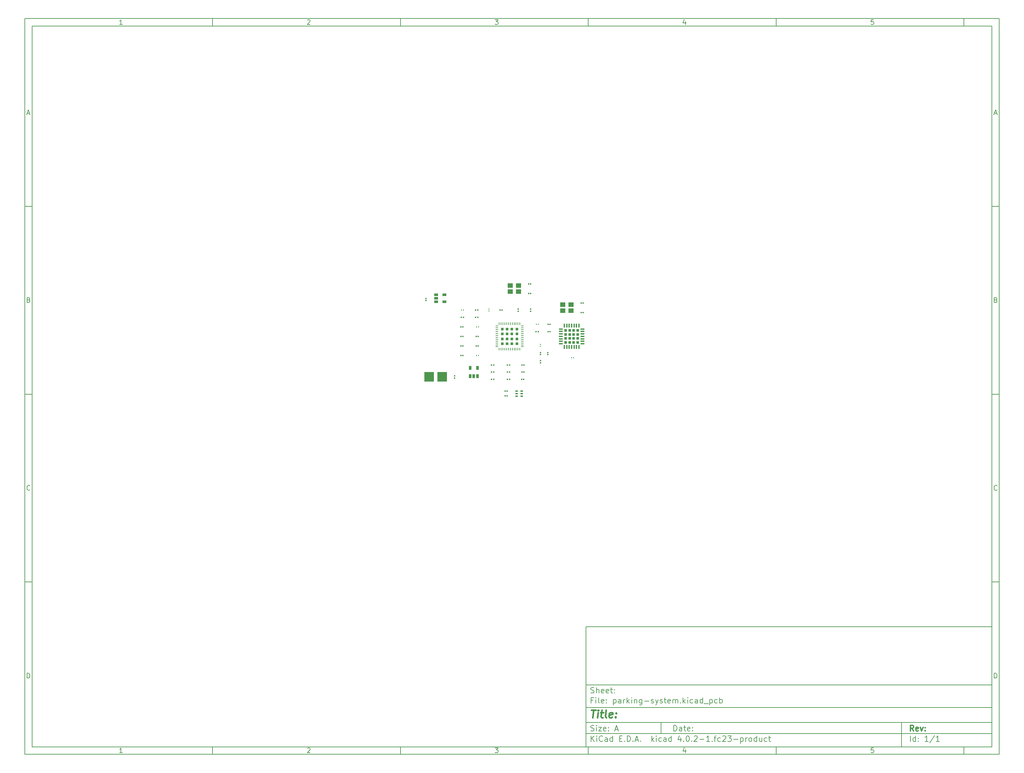
<source format=gbr>
G04 #@! TF.FileFunction,Paste,Top*
%FSLAX46Y46*%
G04 Gerber Fmt 4.6, Leading zero omitted, Abs format (unit mm)*
G04 Created by KiCad (PCBNEW 4.0.2-1.fc23-product) date Tue 29 Mar 2016 15:32:59 SAST*
%MOMM*%
G01*
G04 APERTURE LIST*
%ADD10C,0.100000*%
%ADD11C,0.150000*%
%ADD12C,0.300000*%
%ADD13C,0.400000*%
%ADD14R,0.300000X0.350000*%
%ADD15R,0.350000X0.300000*%
%ADD16R,1.000000X0.370000*%
%ADD17R,0.370000X1.000000*%
%ADD18R,0.637500X0.637500*%
%ADD19R,0.280000X0.430000*%
%ADD20R,0.430000X0.280000*%
%ADD21R,0.800000X0.300000*%
%ADD22R,0.700000X0.250000*%
%ADD23R,0.250000X0.700000*%
%ADD24R,0.772500X0.772500*%
%ADD25R,0.650000X1.060000*%
%ADD26R,1.400000X1.200000*%
%ADD27R,2.500000X2.500000*%
%ADD28R,1.060000X0.650000*%
G04 APERTURE END LIST*
D10*
D11*
X159400000Y-171900000D02*
X159400000Y-203900000D01*
X267400000Y-203900000D01*
X267400000Y-171900000D01*
X159400000Y-171900000D01*
D10*
D11*
X10000000Y-10000000D02*
X10000000Y-205900000D01*
X269400000Y-205900000D01*
X269400000Y-10000000D01*
X10000000Y-10000000D01*
D10*
D11*
X12000000Y-12000000D02*
X12000000Y-203900000D01*
X267400000Y-203900000D01*
X267400000Y-12000000D01*
X12000000Y-12000000D01*
D10*
D11*
X60000000Y-12000000D02*
X60000000Y-10000000D01*
D10*
D11*
X110000000Y-12000000D02*
X110000000Y-10000000D01*
D10*
D11*
X160000000Y-12000000D02*
X160000000Y-10000000D01*
D10*
D11*
X210000000Y-12000000D02*
X210000000Y-10000000D01*
D10*
D11*
X260000000Y-12000000D02*
X260000000Y-10000000D01*
D10*
D11*
X35990476Y-11588095D02*
X35247619Y-11588095D01*
X35619048Y-11588095D02*
X35619048Y-10288095D01*
X35495238Y-10473810D01*
X35371429Y-10597619D01*
X35247619Y-10659524D01*
D10*
D11*
X85247619Y-10411905D02*
X85309524Y-10350000D01*
X85433333Y-10288095D01*
X85742857Y-10288095D01*
X85866667Y-10350000D01*
X85928571Y-10411905D01*
X85990476Y-10535714D01*
X85990476Y-10659524D01*
X85928571Y-10845238D01*
X85185714Y-11588095D01*
X85990476Y-11588095D01*
D10*
D11*
X135185714Y-10288095D02*
X135990476Y-10288095D01*
X135557143Y-10783333D01*
X135742857Y-10783333D01*
X135866667Y-10845238D01*
X135928571Y-10907143D01*
X135990476Y-11030952D01*
X135990476Y-11340476D01*
X135928571Y-11464286D01*
X135866667Y-11526190D01*
X135742857Y-11588095D01*
X135371429Y-11588095D01*
X135247619Y-11526190D01*
X135185714Y-11464286D01*
D10*
D11*
X185866667Y-10721429D02*
X185866667Y-11588095D01*
X185557143Y-10226190D02*
X185247619Y-11154762D01*
X186052381Y-11154762D01*
D10*
D11*
X235928571Y-10288095D02*
X235309524Y-10288095D01*
X235247619Y-10907143D01*
X235309524Y-10845238D01*
X235433333Y-10783333D01*
X235742857Y-10783333D01*
X235866667Y-10845238D01*
X235928571Y-10907143D01*
X235990476Y-11030952D01*
X235990476Y-11340476D01*
X235928571Y-11464286D01*
X235866667Y-11526190D01*
X235742857Y-11588095D01*
X235433333Y-11588095D01*
X235309524Y-11526190D01*
X235247619Y-11464286D01*
D10*
D11*
X60000000Y-203900000D02*
X60000000Y-205900000D01*
D10*
D11*
X110000000Y-203900000D02*
X110000000Y-205900000D01*
D10*
D11*
X160000000Y-203900000D02*
X160000000Y-205900000D01*
D10*
D11*
X210000000Y-203900000D02*
X210000000Y-205900000D01*
D10*
D11*
X260000000Y-203900000D02*
X260000000Y-205900000D01*
D10*
D11*
X35990476Y-205488095D02*
X35247619Y-205488095D01*
X35619048Y-205488095D02*
X35619048Y-204188095D01*
X35495238Y-204373810D01*
X35371429Y-204497619D01*
X35247619Y-204559524D01*
D10*
D11*
X85247619Y-204311905D02*
X85309524Y-204250000D01*
X85433333Y-204188095D01*
X85742857Y-204188095D01*
X85866667Y-204250000D01*
X85928571Y-204311905D01*
X85990476Y-204435714D01*
X85990476Y-204559524D01*
X85928571Y-204745238D01*
X85185714Y-205488095D01*
X85990476Y-205488095D01*
D10*
D11*
X135185714Y-204188095D02*
X135990476Y-204188095D01*
X135557143Y-204683333D01*
X135742857Y-204683333D01*
X135866667Y-204745238D01*
X135928571Y-204807143D01*
X135990476Y-204930952D01*
X135990476Y-205240476D01*
X135928571Y-205364286D01*
X135866667Y-205426190D01*
X135742857Y-205488095D01*
X135371429Y-205488095D01*
X135247619Y-205426190D01*
X135185714Y-205364286D01*
D10*
D11*
X185866667Y-204621429D02*
X185866667Y-205488095D01*
X185557143Y-204126190D02*
X185247619Y-205054762D01*
X186052381Y-205054762D01*
D10*
D11*
X235928571Y-204188095D02*
X235309524Y-204188095D01*
X235247619Y-204807143D01*
X235309524Y-204745238D01*
X235433333Y-204683333D01*
X235742857Y-204683333D01*
X235866667Y-204745238D01*
X235928571Y-204807143D01*
X235990476Y-204930952D01*
X235990476Y-205240476D01*
X235928571Y-205364286D01*
X235866667Y-205426190D01*
X235742857Y-205488095D01*
X235433333Y-205488095D01*
X235309524Y-205426190D01*
X235247619Y-205364286D01*
D10*
D11*
X10000000Y-60000000D02*
X12000000Y-60000000D01*
D10*
D11*
X10000000Y-110000000D02*
X12000000Y-110000000D01*
D10*
D11*
X10000000Y-160000000D02*
X12000000Y-160000000D01*
D10*
D11*
X10690476Y-35216667D02*
X11309524Y-35216667D01*
X10566667Y-35588095D02*
X11000000Y-34288095D01*
X11433333Y-35588095D01*
D10*
D11*
X11092857Y-84907143D02*
X11278571Y-84969048D01*
X11340476Y-85030952D01*
X11402381Y-85154762D01*
X11402381Y-85340476D01*
X11340476Y-85464286D01*
X11278571Y-85526190D01*
X11154762Y-85588095D01*
X10659524Y-85588095D01*
X10659524Y-84288095D01*
X11092857Y-84288095D01*
X11216667Y-84350000D01*
X11278571Y-84411905D01*
X11340476Y-84535714D01*
X11340476Y-84659524D01*
X11278571Y-84783333D01*
X11216667Y-84845238D01*
X11092857Y-84907143D01*
X10659524Y-84907143D01*
D10*
D11*
X11402381Y-135464286D02*
X11340476Y-135526190D01*
X11154762Y-135588095D01*
X11030952Y-135588095D01*
X10845238Y-135526190D01*
X10721429Y-135402381D01*
X10659524Y-135278571D01*
X10597619Y-135030952D01*
X10597619Y-134845238D01*
X10659524Y-134597619D01*
X10721429Y-134473810D01*
X10845238Y-134350000D01*
X11030952Y-134288095D01*
X11154762Y-134288095D01*
X11340476Y-134350000D01*
X11402381Y-134411905D01*
D10*
D11*
X10659524Y-185588095D02*
X10659524Y-184288095D01*
X10969048Y-184288095D01*
X11154762Y-184350000D01*
X11278571Y-184473810D01*
X11340476Y-184597619D01*
X11402381Y-184845238D01*
X11402381Y-185030952D01*
X11340476Y-185278571D01*
X11278571Y-185402381D01*
X11154762Y-185526190D01*
X10969048Y-185588095D01*
X10659524Y-185588095D01*
D10*
D11*
X269400000Y-60000000D02*
X267400000Y-60000000D01*
D10*
D11*
X269400000Y-110000000D02*
X267400000Y-110000000D01*
D10*
D11*
X269400000Y-160000000D02*
X267400000Y-160000000D01*
D10*
D11*
X268090476Y-35216667D02*
X268709524Y-35216667D01*
X267966667Y-35588095D02*
X268400000Y-34288095D01*
X268833333Y-35588095D01*
D10*
D11*
X268492857Y-84907143D02*
X268678571Y-84969048D01*
X268740476Y-85030952D01*
X268802381Y-85154762D01*
X268802381Y-85340476D01*
X268740476Y-85464286D01*
X268678571Y-85526190D01*
X268554762Y-85588095D01*
X268059524Y-85588095D01*
X268059524Y-84288095D01*
X268492857Y-84288095D01*
X268616667Y-84350000D01*
X268678571Y-84411905D01*
X268740476Y-84535714D01*
X268740476Y-84659524D01*
X268678571Y-84783333D01*
X268616667Y-84845238D01*
X268492857Y-84907143D01*
X268059524Y-84907143D01*
D10*
D11*
X268802381Y-135464286D02*
X268740476Y-135526190D01*
X268554762Y-135588095D01*
X268430952Y-135588095D01*
X268245238Y-135526190D01*
X268121429Y-135402381D01*
X268059524Y-135278571D01*
X267997619Y-135030952D01*
X267997619Y-134845238D01*
X268059524Y-134597619D01*
X268121429Y-134473810D01*
X268245238Y-134350000D01*
X268430952Y-134288095D01*
X268554762Y-134288095D01*
X268740476Y-134350000D01*
X268802381Y-134411905D01*
D10*
D11*
X268059524Y-185588095D02*
X268059524Y-184288095D01*
X268369048Y-184288095D01*
X268554762Y-184350000D01*
X268678571Y-184473810D01*
X268740476Y-184597619D01*
X268802381Y-184845238D01*
X268802381Y-185030952D01*
X268740476Y-185278571D01*
X268678571Y-185402381D01*
X268554762Y-185526190D01*
X268369048Y-185588095D01*
X268059524Y-185588095D01*
D10*
D11*
X182757143Y-199678571D02*
X182757143Y-198178571D01*
X183114286Y-198178571D01*
X183328571Y-198250000D01*
X183471429Y-198392857D01*
X183542857Y-198535714D01*
X183614286Y-198821429D01*
X183614286Y-199035714D01*
X183542857Y-199321429D01*
X183471429Y-199464286D01*
X183328571Y-199607143D01*
X183114286Y-199678571D01*
X182757143Y-199678571D01*
X184900000Y-199678571D02*
X184900000Y-198892857D01*
X184828571Y-198750000D01*
X184685714Y-198678571D01*
X184400000Y-198678571D01*
X184257143Y-198750000D01*
X184900000Y-199607143D02*
X184757143Y-199678571D01*
X184400000Y-199678571D01*
X184257143Y-199607143D01*
X184185714Y-199464286D01*
X184185714Y-199321429D01*
X184257143Y-199178571D01*
X184400000Y-199107143D01*
X184757143Y-199107143D01*
X184900000Y-199035714D01*
X185400000Y-198678571D02*
X185971429Y-198678571D01*
X185614286Y-198178571D02*
X185614286Y-199464286D01*
X185685714Y-199607143D01*
X185828572Y-199678571D01*
X185971429Y-199678571D01*
X187042857Y-199607143D02*
X186900000Y-199678571D01*
X186614286Y-199678571D01*
X186471429Y-199607143D01*
X186400000Y-199464286D01*
X186400000Y-198892857D01*
X186471429Y-198750000D01*
X186614286Y-198678571D01*
X186900000Y-198678571D01*
X187042857Y-198750000D01*
X187114286Y-198892857D01*
X187114286Y-199035714D01*
X186400000Y-199178571D01*
X187757143Y-199535714D02*
X187828571Y-199607143D01*
X187757143Y-199678571D01*
X187685714Y-199607143D01*
X187757143Y-199535714D01*
X187757143Y-199678571D01*
X187757143Y-198750000D02*
X187828571Y-198821429D01*
X187757143Y-198892857D01*
X187685714Y-198821429D01*
X187757143Y-198750000D01*
X187757143Y-198892857D01*
D10*
D11*
X159400000Y-200400000D02*
X267400000Y-200400000D01*
D10*
D11*
X160757143Y-202478571D02*
X160757143Y-200978571D01*
X161614286Y-202478571D02*
X160971429Y-201621429D01*
X161614286Y-200978571D02*
X160757143Y-201835714D01*
X162257143Y-202478571D02*
X162257143Y-201478571D01*
X162257143Y-200978571D02*
X162185714Y-201050000D01*
X162257143Y-201121429D01*
X162328571Y-201050000D01*
X162257143Y-200978571D01*
X162257143Y-201121429D01*
X163828572Y-202335714D02*
X163757143Y-202407143D01*
X163542857Y-202478571D01*
X163400000Y-202478571D01*
X163185715Y-202407143D01*
X163042857Y-202264286D01*
X162971429Y-202121429D01*
X162900000Y-201835714D01*
X162900000Y-201621429D01*
X162971429Y-201335714D01*
X163042857Y-201192857D01*
X163185715Y-201050000D01*
X163400000Y-200978571D01*
X163542857Y-200978571D01*
X163757143Y-201050000D01*
X163828572Y-201121429D01*
X165114286Y-202478571D02*
X165114286Y-201692857D01*
X165042857Y-201550000D01*
X164900000Y-201478571D01*
X164614286Y-201478571D01*
X164471429Y-201550000D01*
X165114286Y-202407143D02*
X164971429Y-202478571D01*
X164614286Y-202478571D01*
X164471429Y-202407143D01*
X164400000Y-202264286D01*
X164400000Y-202121429D01*
X164471429Y-201978571D01*
X164614286Y-201907143D01*
X164971429Y-201907143D01*
X165114286Y-201835714D01*
X166471429Y-202478571D02*
X166471429Y-200978571D01*
X166471429Y-202407143D02*
X166328572Y-202478571D01*
X166042858Y-202478571D01*
X165900000Y-202407143D01*
X165828572Y-202335714D01*
X165757143Y-202192857D01*
X165757143Y-201764286D01*
X165828572Y-201621429D01*
X165900000Y-201550000D01*
X166042858Y-201478571D01*
X166328572Y-201478571D01*
X166471429Y-201550000D01*
X168328572Y-201692857D02*
X168828572Y-201692857D01*
X169042858Y-202478571D02*
X168328572Y-202478571D01*
X168328572Y-200978571D01*
X169042858Y-200978571D01*
X169685715Y-202335714D02*
X169757143Y-202407143D01*
X169685715Y-202478571D01*
X169614286Y-202407143D01*
X169685715Y-202335714D01*
X169685715Y-202478571D01*
X170400001Y-202478571D02*
X170400001Y-200978571D01*
X170757144Y-200978571D01*
X170971429Y-201050000D01*
X171114287Y-201192857D01*
X171185715Y-201335714D01*
X171257144Y-201621429D01*
X171257144Y-201835714D01*
X171185715Y-202121429D01*
X171114287Y-202264286D01*
X170971429Y-202407143D01*
X170757144Y-202478571D01*
X170400001Y-202478571D01*
X171900001Y-202335714D02*
X171971429Y-202407143D01*
X171900001Y-202478571D01*
X171828572Y-202407143D01*
X171900001Y-202335714D01*
X171900001Y-202478571D01*
X172542858Y-202050000D02*
X173257144Y-202050000D01*
X172400001Y-202478571D02*
X172900001Y-200978571D01*
X173400001Y-202478571D01*
X173900001Y-202335714D02*
X173971429Y-202407143D01*
X173900001Y-202478571D01*
X173828572Y-202407143D01*
X173900001Y-202335714D01*
X173900001Y-202478571D01*
X176900001Y-202478571D02*
X176900001Y-200978571D01*
X177042858Y-201907143D02*
X177471429Y-202478571D01*
X177471429Y-201478571D02*
X176900001Y-202050000D01*
X178114287Y-202478571D02*
X178114287Y-201478571D01*
X178114287Y-200978571D02*
X178042858Y-201050000D01*
X178114287Y-201121429D01*
X178185715Y-201050000D01*
X178114287Y-200978571D01*
X178114287Y-201121429D01*
X179471430Y-202407143D02*
X179328573Y-202478571D01*
X179042859Y-202478571D01*
X178900001Y-202407143D01*
X178828573Y-202335714D01*
X178757144Y-202192857D01*
X178757144Y-201764286D01*
X178828573Y-201621429D01*
X178900001Y-201550000D01*
X179042859Y-201478571D01*
X179328573Y-201478571D01*
X179471430Y-201550000D01*
X180757144Y-202478571D02*
X180757144Y-201692857D01*
X180685715Y-201550000D01*
X180542858Y-201478571D01*
X180257144Y-201478571D01*
X180114287Y-201550000D01*
X180757144Y-202407143D02*
X180614287Y-202478571D01*
X180257144Y-202478571D01*
X180114287Y-202407143D01*
X180042858Y-202264286D01*
X180042858Y-202121429D01*
X180114287Y-201978571D01*
X180257144Y-201907143D01*
X180614287Y-201907143D01*
X180757144Y-201835714D01*
X182114287Y-202478571D02*
X182114287Y-200978571D01*
X182114287Y-202407143D02*
X181971430Y-202478571D01*
X181685716Y-202478571D01*
X181542858Y-202407143D01*
X181471430Y-202335714D01*
X181400001Y-202192857D01*
X181400001Y-201764286D01*
X181471430Y-201621429D01*
X181542858Y-201550000D01*
X181685716Y-201478571D01*
X181971430Y-201478571D01*
X182114287Y-201550000D01*
X184614287Y-201478571D02*
X184614287Y-202478571D01*
X184257144Y-200907143D02*
X183900001Y-201978571D01*
X184828573Y-201978571D01*
X185400001Y-202335714D02*
X185471429Y-202407143D01*
X185400001Y-202478571D01*
X185328572Y-202407143D01*
X185400001Y-202335714D01*
X185400001Y-202478571D01*
X186400001Y-200978571D02*
X186542858Y-200978571D01*
X186685715Y-201050000D01*
X186757144Y-201121429D01*
X186828573Y-201264286D01*
X186900001Y-201550000D01*
X186900001Y-201907143D01*
X186828573Y-202192857D01*
X186757144Y-202335714D01*
X186685715Y-202407143D01*
X186542858Y-202478571D01*
X186400001Y-202478571D01*
X186257144Y-202407143D01*
X186185715Y-202335714D01*
X186114287Y-202192857D01*
X186042858Y-201907143D01*
X186042858Y-201550000D01*
X186114287Y-201264286D01*
X186185715Y-201121429D01*
X186257144Y-201050000D01*
X186400001Y-200978571D01*
X187542858Y-202335714D02*
X187614286Y-202407143D01*
X187542858Y-202478571D01*
X187471429Y-202407143D01*
X187542858Y-202335714D01*
X187542858Y-202478571D01*
X188185715Y-201121429D02*
X188257144Y-201050000D01*
X188400001Y-200978571D01*
X188757144Y-200978571D01*
X188900001Y-201050000D01*
X188971430Y-201121429D01*
X189042858Y-201264286D01*
X189042858Y-201407143D01*
X188971430Y-201621429D01*
X188114287Y-202478571D01*
X189042858Y-202478571D01*
X189685715Y-201907143D02*
X190828572Y-201907143D01*
X192328572Y-202478571D02*
X191471429Y-202478571D01*
X191900001Y-202478571D02*
X191900001Y-200978571D01*
X191757144Y-201192857D01*
X191614286Y-201335714D01*
X191471429Y-201407143D01*
X192971429Y-202335714D02*
X193042857Y-202407143D01*
X192971429Y-202478571D01*
X192900000Y-202407143D01*
X192971429Y-202335714D01*
X192971429Y-202478571D01*
X193471429Y-201478571D02*
X194042858Y-201478571D01*
X193685715Y-202478571D02*
X193685715Y-201192857D01*
X193757143Y-201050000D01*
X193900001Y-200978571D01*
X194042858Y-200978571D01*
X195185715Y-202407143D02*
X195042858Y-202478571D01*
X194757144Y-202478571D01*
X194614286Y-202407143D01*
X194542858Y-202335714D01*
X194471429Y-202192857D01*
X194471429Y-201764286D01*
X194542858Y-201621429D01*
X194614286Y-201550000D01*
X194757144Y-201478571D01*
X195042858Y-201478571D01*
X195185715Y-201550000D01*
X195757143Y-201121429D02*
X195828572Y-201050000D01*
X195971429Y-200978571D01*
X196328572Y-200978571D01*
X196471429Y-201050000D01*
X196542858Y-201121429D01*
X196614286Y-201264286D01*
X196614286Y-201407143D01*
X196542858Y-201621429D01*
X195685715Y-202478571D01*
X196614286Y-202478571D01*
X197114286Y-200978571D02*
X198042857Y-200978571D01*
X197542857Y-201550000D01*
X197757143Y-201550000D01*
X197900000Y-201621429D01*
X197971429Y-201692857D01*
X198042857Y-201835714D01*
X198042857Y-202192857D01*
X197971429Y-202335714D01*
X197900000Y-202407143D01*
X197757143Y-202478571D01*
X197328571Y-202478571D01*
X197185714Y-202407143D01*
X197114286Y-202335714D01*
X198685714Y-201907143D02*
X199828571Y-201907143D01*
X200542857Y-201478571D02*
X200542857Y-202978571D01*
X200542857Y-201550000D02*
X200685714Y-201478571D01*
X200971428Y-201478571D01*
X201114285Y-201550000D01*
X201185714Y-201621429D01*
X201257143Y-201764286D01*
X201257143Y-202192857D01*
X201185714Y-202335714D01*
X201114285Y-202407143D01*
X200971428Y-202478571D01*
X200685714Y-202478571D01*
X200542857Y-202407143D01*
X201900000Y-202478571D02*
X201900000Y-201478571D01*
X201900000Y-201764286D02*
X201971428Y-201621429D01*
X202042857Y-201550000D01*
X202185714Y-201478571D01*
X202328571Y-201478571D01*
X203042857Y-202478571D02*
X202899999Y-202407143D01*
X202828571Y-202335714D01*
X202757142Y-202192857D01*
X202757142Y-201764286D01*
X202828571Y-201621429D01*
X202899999Y-201550000D01*
X203042857Y-201478571D01*
X203257142Y-201478571D01*
X203399999Y-201550000D01*
X203471428Y-201621429D01*
X203542857Y-201764286D01*
X203542857Y-202192857D01*
X203471428Y-202335714D01*
X203399999Y-202407143D01*
X203257142Y-202478571D01*
X203042857Y-202478571D01*
X204828571Y-202478571D02*
X204828571Y-200978571D01*
X204828571Y-202407143D02*
X204685714Y-202478571D01*
X204400000Y-202478571D01*
X204257142Y-202407143D01*
X204185714Y-202335714D01*
X204114285Y-202192857D01*
X204114285Y-201764286D01*
X204185714Y-201621429D01*
X204257142Y-201550000D01*
X204400000Y-201478571D01*
X204685714Y-201478571D01*
X204828571Y-201550000D01*
X206185714Y-201478571D02*
X206185714Y-202478571D01*
X205542857Y-201478571D02*
X205542857Y-202264286D01*
X205614285Y-202407143D01*
X205757143Y-202478571D01*
X205971428Y-202478571D01*
X206114285Y-202407143D01*
X206185714Y-202335714D01*
X207542857Y-202407143D02*
X207400000Y-202478571D01*
X207114286Y-202478571D01*
X206971428Y-202407143D01*
X206900000Y-202335714D01*
X206828571Y-202192857D01*
X206828571Y-201764286D01*
X206900000Y-201621429D01*
X206971428Y-201550000D01*
X207114286Y-201478571D01*
X207400000Y-201478571D01*
X207542857Y-201550000D01*
X207971428Y-201478571D02*
X208542857Y-201478571D01*
X208185714Y-200978571D02*
X208185714Y-202264286D01*
X208257142Y-202407143D01*
X208400000Y-202478571D01*
X208542857Y-202478571D01*
D10*
D11*
X159400000Y-197400000D02*
X267400000Y-197400000D01*
D10*
D12*
X246614286Y-199678571D02*
X246114286Y-198964286D01*
X245757143Y-199678571D02*
X245757143Y-198178571D01*
X246328571Y-198178571D01*
X246471429Y-198250000D01*
X246542857Y-198321429D01*
X246614286Y-198464286D01*
X246614286Y-198678571D01*
X246542857Y-198821429D01*
X246471429Y-198892857D01*
X246328571Y-198964286D01*
X245757143Y-198964286D01*
X247828571Y-199607143D02*
X247685714Y-199678571D01*
X247400000Y-199678571D01*
X247257143Y-199607143D01*
X247185714Y-199464286D01*
X247185714Y-198892857D01*
X247257143Y-198750000D01*
X247400000Y-198678571D01*
X247685714Y-198678571D01*
X247828571Y-198750000D01*
X247900000Y-198892857D01*
X247900000Y-199035714D01*
X247185714Y-199178571D01*
X248400000Y-198678571D02*
X248757143Y-199678571D01*
X249114285Y-198678571D01*
X249685714Y-199535714D02*
X249757142Y-199607143D01*
X249685714Y-199678571D01*
X249614285Y-199607143D01*
X249685714Y-199535714D01*
X249685714Y-199678571D01*
X249685714Y-198750000D02*
X249757142Y-198821429D01*
X249685714Y-198892857D01*
X249614285Y-198821429D01*
X249685714Y-198750000D01*
X249685714Y-198892857D01*
D10*
D11*
X160685714Y-199607143D02*
X160900000Y-199678571D01*
X161257143Y-199678571D01*
X161400000Y-199607143D01*
X161471429Y-199535714D01*
X161542857Y-199392857D01*
X161542857Y-199250000D01*
X161471429Y-199107143D01*
X161400000Y-199035714D01*
X161257143Y-198964286D01*
X160971429Y-198892857D01*
X160828571Y-198821429D01*
X160757143Y-198750000D01*
X160685714Y-198607143D01*
X160685714Y-198464286D01*
X160757143Y-198321429D01*
X160828571Y-198250000D01*
X160971429Y-198178571D01*
X161328571Y-198178571D01*
X161542857Y-198250000D01*
X162185714Y-199678571D02*
X162185714Y-198678571D01*
X162185714Y-198178571D02*
X162114285Y-198250000D01*
X162185714Y-198321429D01*
X162257142Y-198250000D01*
X162185714Y-198178571D01*
X162185714Y-198321429D01*
X162757143Y-198678571D02*
X163542857Y-198678571D01*
X162757143Y-199678571D01*
X163542857Y-199678571D01*
X164685714Y-199607143D02*
X164542857Y-199678571D01*
X164257143Y-199678571D01*
X164114286Y-199607143D01*
X164042857Y-199464286D01*
X164042857Y-198892857D01*
X164114286Y-198750000D01*
X164257143Y-198678571D01*
X164542857Y-198678571D01*
X164685714Y-198750000D01*
X164757143Y-198892857D01*
X164757143Y-199035714D01*
X164042857Y-199178571D01*
X165400000Y-199535714D02*
X165471428Y-199607143D01*
X165400000Y-199678571D01*
X165328571Y-199607143D01*
X165400000Y-199535714D01*
X165400000Y-199678571D01*
X165400000Y-198750000D02*
X165471428Y-198821429D01*
X165400000Y-198892857D01*
X165328571Y-198821429D01*
X165400000Y-198750000D01*
X165400000Y-198892857D01*
X167185714Y-199250000D02*
X167900000Y-199250000D01*
X167042857Y-199678571D02*
X167542857Y-198178571D01*
X168042857Y-199678571D01*
D10*
D11*
X245757143Y-202478571D02*
X245757143Y-200978571D01*
X247114286Y-202478571D02*
X247114286Y-200978571D01*
X247114286Y-202407143D02*
X246971429Y-202478571D01*
X246685715Y-202478571D01*
X246542857Y-202407143D01*
X246471429Y-202335714D01*
X246400000Y-202192857D01*
X246400000Y-201764286D01*
X246471429Y-201621429D01*
X246542857Y-201550000D01*
X246685715Y-201478571D01*
X246971429Y-201478571D01*
X247114286Y-201550000D01*
X247828572Y-202335714D02*
X247900000Y-202407143D01*
X247828572Y-202478571D01*
X247757143Y-202407143D01*
X247828572Y-202335714D01*
X247828572Y-202478571D01*
X247828572Y-201550000D02*
X247900000Y-201621429D01*
X247828572Y-201692857D01*
X247757143Y-201621429D01*
X247828572Y-201550000D01*
X247828572Y-201692857D01*
X250471429Y-202478571D02*
X249614286Y-202478571D01*
X250042858Y-202478571D02*
X250042858Y-200978571D01*
X249900001Y-201192857D01*
X249757143Y-201335714D01*
X249614286Y-201407143D01*
X252185714Y-200907143D02*
X250900000Y-202835714D01*
X253471429Y-202478571D02*
X252614286Y-202478571D01*
X253042858Y-202478571D02*
X253042858Y-200978571D01*
X252900001Y-201192857D01*
X252757143Y-201335714D01*
X252614286Y-201407143D01*
D10*
D11*
X159400000Y-193400000D02*
X267400000Y-193400000D01*
D10*
D13*
X160852381Y-194104762D02*
X161995238Y-194104762D01*
X161173810Y-196104762D02*
X161423810Y-194104762D01*
X162411905Y-196104762D02*
X162578571Y-194771429D01*
X162661905Y-194104762D02*
X162554762Y-194200000D01*
X162638095Y-194295238D01*
X162745239Y-194200000D01*
X162661905Y-194104762D01*
X162638095Y-194295238D01*
X163245238Y-194771429D02*
X164007143Y-194771429D01*
X163614286Y-194104762D02*
X163400000Y-195819048D01*
X163471430Y-196009524D01*
X163650001Y-196104762D01*
X163840477Y-196104762D01*
X164792858Y-196104762D02*
X164614287Y-196009524D01*
X164542857Y-195819048D01*
X164757143Y-194104762D01*
X166328572Y-196009524D02*
X166126191Y-196104762D01*
X165745239Y-196104762D01*
X165566667Y-196009524D01*
X165495238Y-195819048D01*
X165590476Y-195057143D01*
X165709524Y-194866667D01*
X165911905Y-194771429D01*
X166292857Y-194771429D01*
X166471429Y-194866667D01*
X166542857Y-195057143D01*
X166519048Y-195247619D01*
X165542857Y-195438095D01*
X167292857Y-195914286D02*
X167376192Y-196009524D01*
X167269048Y-196104762D01*
X167185715Y-196009524D01*
X167292857Y-195914286D01*
X167269048Y-196104762D01*
X167423810Y-194866667D02*
X167507144Y-194961905D01*
X167400000Y-195057143D01*
X167316667Y-194961905D01*
X167423810Y-194866667D01*
X167400000Y-195057143D01*
D10*
D11*
X161257143Y-191492857D02*
X160757143Y-191492857D01*
X160757143Y-192278571D02*
X160757143Y-190778571D01*
X161471429Y-190778571D01*
X162042857Y-192278571D02*
X162042857Y-191278571D01*
X162042857Y-190778571D02*
X161971428Y-190850000D01*
X162042857Y-190921429D01*
X162114285Y-190850000D01*
X162042857Y-190778571D01*
X162042857Y-190921429D01*
X162971429Y-192278571D02*
X162828571Y-192207143D01*
X162757143Y-192064286D01*
X162757143Y-190778571D01*
X164114285Y-192207143D02*
X163971428Y-192278571D01*
X163685714Y-192278571D01*
X163542857Y-192207143D01*
X163471428Y-192064286D01*
X163471428Y-191492857D01*
X163542857Y-191350000D01*
X163685714Y-191278571D01*
X163971428Y-191278571D01*
X164114285Y-191350000D01*
X164185714Y-191492857D01*
X164185714Y-191635714D01*
X163471428Y-191778571D01*
X164828571Y-192135714D02*
X164899999Y-192207143D01*
X164828571Y-192278571D01*
X164757142Y-192207143D01*
X164828571Y-192135714D01*
X164828571Y-192278571D01*
X164828571Y-191350000D02*
X164899999Y-191421429D01*
X164828571Y-191492857D01*
X164757142Y-191421429D01*
X164828571Y-191350000D01*
X164828571Y-191492857D01*
X166685714Y-191278571D02*
X166685714Y-192778571D01*
X166685714Y-191350000D02*
X166828571Y-191278571D01*
X167114285Y-191278571D01*
X167257142Y-191350000D01*
X167328571Y-191421429D01*
X167400000Y-191564286D01*
X167400000Y-191992857D01*
X167328571Y-192135714D01*
X167257142Y-192207143D01*
X167114285Y-192278571D01*
X166828571Y-192278571D01*
X166685714Y-192207143D01*
X168685714Y-192278571D02*
X168685714Y-191492857D01*
X168614285Y-191350000D01*
X168471428Y-191278571D01*
X168185714Y-191278571D01*
X168042857Y-191350000D01*
X168685714Y-192207143D02*
X168542857Y-192278571D01*
X168185714Y-192278571D01*
X168042857Y-192207143D01*
X167971428Y-192064286D01*
X167971428Y-191921429D01*
X168042857Y-191778571D01*
X168185714Y-191707143D01*
X168542857Y-191707143D01*
X168685714Y-191635714D01*
X169400000Y-192278571D02*
X169400000Y-191278571D01*
X169400000Y-191564286D02*
X169471428Y-191421429D01*
X169542857Y-191350000D01*
X169685714Y-191278571D01*
X169828571Y-191278571D01*
X170328571Y-192278571D02*
X170328571Y-190778571D01*
X170471428Y-191707143D02*
X170899999Y-192278571D01*
X170899999Y-191278571D02*
X170328571Y-191850000D01*
X171542857Y-192278571D02*
X171542857Y-191278571D01*
X171542857Y-190778571D02*
X171471428Y-190850000D01*
X171542857Y-190921429D01*
X171614285Y-190850000D01*
X171542857Y-190778571D01*
X171542857Y-190921429D01*
X172257143Y-191278571D02*
X172257143Y-192278571D01*
X172257143Y-191421429D02*
X172328571Y-191350000D01*
X172471429Y-191278571D01*
X172685714Y-191278571D01*
X172828571Y-191350000D01*
X172900000Y-191492857D01*
X172900000Y-192278571D01*
X174257143Y-191278571D02*
X174257143Y-192492857D01*
X174185714Y-192635714D01*
X174114286Y-192707143D01*
X173971429Y-192778571D01*
X173757143Y-192778571D01*
X173614286Y-192707143D01*
X174257143Y-192207143D02*
X174114286Y-192278571D01*
X173828572Y-192278571D01*
X173685714Y-192207143D01*
X173614286Y-192135714D01*
X173542857Y-191992857D01*
X173542857Y-191564286D01*
X173614286Y-191421429D01*
X173685714Y-191350000D01*
X173828572Y-191278571D01*
X174114286Y-191278571D01*
X174257143Y-191350000D01*
X174971429Y-191707143D02*
X176114286Y-191707143D01*
X176757143Y-192207143D02*
X176900000Y-192278571D01*
X177185715Y-192278571D01*
X177328572Y-192207143D01*
X177400000Y-192064286D01*
X177400000Y-191992857D01*
X177328572Y-191850000D01*
X177185715Y-191778571D01*
X176971429Y-191778571D01*
X176828572Y-191707143D01*
X176757143Y-191564286D01*
X176757143Y-191492857D01*
X176828572Y-191350000D01*
X176971429Y-191278571D01*
X177185715Y-191278571D01*
X177328572Y-191350000D01*
X177900001Y-191278571D02*
X178257144Y-192278571D01*
X178614286Y-191278571D02*
X178257144Y-192278571D01*
X178114286Y-192635714D01*
X178042858Y-192707143D01*
X177900001Y-192778571D01*
X179114286Y-192207143D02*
X179257143Y-192278571D01*
X179542858Y-192278571D01*
X179685715Y-192207143D01*
X179757143Y-192064286D01*
X179757143Y-191992857D01*
X179685715Y-191850000D01*
X179542858Y-191778571D01*
X179328572Y-191778571D01*
X179185715Y-191707143D01*
X179114286Y-191564286D01*
X179114286Y-191492857D01*
X179185715Y-191350000D01*
X179328572Y-191278571D01*
X179542858Y-191278571D01*
X179685715Y-191350000D01*
X180185715Y-191278571D02*
X180757144Y-191278571D01*
X180400001Y-190778571D02*
X180400001Y-192064286D01*
X180471429Y-192207143D01*
X180614287Y-192278571D01*
X180757144Y-192278571D01*
X181828572Y-192207143D02*
X181685715Y-192278571D01*
X181400001Y-192278571D01*
X181257144Y-192207143D01*
X181185715Y-192064286D01*
X181185715Y-191492857D01*
X181257144Y-191350000D01*
X181400001Y-191278571D01*
X181685715Y-191278571D01*
X181828572Y-191350000D01*
X181900001Y-191492857D01*
X181900001Y-191635714D01*
X181185715Y-191778571D01*
X182542858Y-192278571D02*
X182542858Y-191278571D01*
X182542858Y-191421429D02*
X182614286Y-191350000D01*
X182757144Y-191278571D01*
X182971429Y-191278571D01*
X183114286Y-191350000D01*
X183185715Y-191492857D01*
X183185715Y-192278571D01*
X183185715Y-191492857D02*
X183257144Y-191350000D01*
X183400001Y-191278571D01*
X183614286Y-191278571D01*
X183757144Y-191350000D01*
X183828572Y-191492857D01*
X183828572Y-192278571D01*
X184542858Y-192135714D02*
X184614286Y-192207143D01*
X184542858Y-192278571D01*
X184471429Y-192207143D01*
X184542858Y-192135714D01*
X184542858Y-192278571D01*
X185257144Y-192278571D02*
X185257144Y-190778571D01*
X185400001Y-191707143D02*
X185828572Y-192278571D01*
X185828572Y-191278571D02*
X185257144Y-191850000D01*
X186471430Y-192278571D02*
X186471430Y-191278571D01*
X186471430Y-190778571D02*
X186400001Y-190850000D01*
X186471430Y-190921429D01*
X186542858Y-190850000D01*
X186471430Y-190778571D01*
X186471430Y-190921429D01*
X187828573Y-192207143D02*
X187685716Y-192278571D01*
X187400002Y-192278571D01*
X187257144Y-192207143D01*
X187185716Y-192135714D01*
X187114287Y-191992857D01*
X187114287Y-191564286D01*
X187185716Y-191421429D01*
X187257144Y-191350000D01*
X187400002Y-191278571D01*
X187685716Y-191278571D01*
X187828573Y-191350000D01*
X189114287Y-192278571D02*
X189114287Y-191492857D01*
X189042858Y-191350000D01*
X188900001Y-191278571D01*
X188614287Y-191278571D01*
X188471430Y-191350000D01*
X189114287Y-192207143D02*
X188971430Y-192278571D01*
X188614287Y-192278571D01*
X188471430Y-192207143D01*
X188400001Y-192064286D01*
X188400001Y-191921429D01*
X188471430Y-191778571D01*
X188614287Y-191707143D01*
X188971430Y-191707143D01*
X189114287Y-191635714D01*
X190471430Y-192278571D02*
X190471430Y-190778571D01*
X190471430Y-192207143D02*
X190328573Y-192278571D01*
X190042859Y-192278571D01*
X189900001Y-192207143D01*
X189828573Y-192135714D01*
X189757144Y-191992857D01*
X189757144Y-191564286D01*
X189828573Y-191421429D01*
X189900001Y-191350000D01*
X190042859Y-191278571D01*
X190328573Y-191278571D01*
X190471430Y-191350000D01*
X190828573Y-192421429D02*
X191971430Y-192421429D01*
X192328573Y-191278571D02*
X192328573Y-192778571D01*
X192328573Y-191350000D02*
X192471430Y-191278571D01*
X192757144Y-191278571D01*
X192900001Y-191350000D01*
X192971430Y-191421429D01*
X193042859Y-191564286D01*
X193042859Y-191992857D01*
X192971430Y-192135714D01*
X192900001Y-192207143D01*
X192757144Y-192278571D01*
X192471430Y-192278571D01*
X192328573Y-192207143D01*
X194328573Y-192207143D02*
X194185716Y-192278571D01*
X193900002Y-192278571D01*
X193757144Y-192207143D01*
X193685716Y-192135714D01*
X193614287Y-191992857D01*
X193614287Y-191564286D01*
X193685716Y-191421429D01*
X193757144Y-191350000D01*
X193900002Y-191278571D01*
X194185716Y-191278571D01*
X194328573Y-191350000D01*
X194971430Y-192278571D02*
X194971430Y-190778571D01*
X194971430Y-191350000D02*
X195114287Y-191278571D01*
X195400001Y-191278571D01*
X195542858Y-191350000D01*
X195614287Y-191421429D01*
X195685716Y-191564286D01*
X195685716Y-191992857D01*
X195614287Y-192135714D01*
X195542858Y-192207143D01*
X195400001Y-192278571D01*
X195114287Y-192278571D01*
X194971430Y-192207143D01*
D10*
D11*
X159400000Y-187400000D02*
X267400000Y-187400000D01*
D10*
D11*
X160685714Y-189507143D02*
X160900000Y-189578571D01*
X161257143Y-189578571D01*
X161400000Y-189507143D01*
X161471429Y-189435714D01*
X161542857Y-189292857D01*
X161542857Y-189150000D01*
X161471429Y-189007143D01*
X161400000Y-188935714D01*
X161257143Y-188864286D01*
X160971429Y-188792857D01*
X160828571Y-188721429D01*
X160757143Y-188650000D01*
X160685714Y-188507143D01*
X160685714Y-188364286D01*
X160757143Y-188221429D01*
X160828571Y-188150000D01*
X160971429Y-188078571D01*
X161328571Y-188078571D01*
X161542857Y-188150000D01*
X162185714Y-189578571D02*
X162185714Y-188078571D01*
X162828571Y-189578571D02*
X162828571Y-188792857D01*
X162757142Y-188650000D01*
X162614285Y-188578571D01*
X162400000Y-188578571D01*
X162257142Y-188650000D01*
X162185714Y-188721429D01*
X164114285Y-189507143D02*
X163971428Y-189578571D01*
X163685714Y-189578571D01*
X163542857Y-189507143D01*
X163471428Y-189364286D01*
X163471428Y-188792857D01*
X163542857Y-188650000D01*
X163685714Y-188578571D01*
X163971428Y-188578571D01*
X164114285Y-188650000D01*
X164185714Y-188792857D01*
X164185714Y-188935714D01*
X163471428Y-189078571D01*
X165399999Y-189507143D02*
X165257142Y-189578571D01*
X164971428Y-189578571D01*
X164828571Y-189507143D01*
X164757142Y-189364286D01*
X164757142Y-188792857D01*
X164828571Y-188650000D01*
X164971428Y-188578571D01*
X165257142Y-188578571D01*
X165399999Y-188650000D01*
X165471428Y-188792857D01*
X165471428Y-188935714D01*
X164757142Y-189078571D01*
X165899999Y-188578571D02*
X166471428Y-188578571D01*
X166114285Y-188078571D02*
X166114285Y-189364286D01*
X166185713Y-189507143D01*
X166328571Y-189578571D01*
X166471428Y-189578571D01*
X166971428Y-189435714D02*
X167042856Y-189507143D01*
X166971428Y-189578571D01*
X166899999Y-189507143D01*
X166971428Y-189435714D01*
X166971428Y-189578571D01*
X166971428Y-188650000D02*
X167042856Y-188721429D01*
X166971428Y-188792857D01*
X166899999Y-188721429D01*
X166971428Y-188650000D01*
X166971428Y-188792857D01*
D10*
D11*
X179400000Y-197400000D02*
X179400000Y-200400000D01*
D10*
D11*
X243400000Y-197400000D02*
X243400000Y-203900000D01*
D14*
X144145000Y-80645000D03*
X144695000Y-80645000D03*
X144145000Y-83185000D03*
X144695000Y-83185000D03*
X130050000Y-87630000D03*
X130600000Y-87630000D03*
X146135000Y-93345000D03*
X146685000Y-93345000D03*
X130050000Y-89535000D03*
X130600000Y-89535000D03*
X149860000Y-93345000D03*
X149310000Y-93345000D03*
X126240000Y-89535000D03*
X126790000Y-89535000D03*
X126640000Y-92075000D03*
X126090000Y-92075000D03*
X130725000Y-94615000D03*
X130175000Y-94615000D03*
X149310000Y-91440000D03*
X149860000Y-91440000D03*
X126090000Y-94615000D03*
X126640000Y-94615000D03*
X130725000Y-97155000D03*
X130175000Y-97155000D03*
X126090000Y-97155000D03*
X126640000Y-97155000D03*
X126090000Y-99695000D03*
X126640000Y-99695000D03*
X134830000Y-104140000D03*
X134280000Y-104140000D03*
X138430000Y-110490000D03*
X137880000Y-110490000D03*
X138430000Y-109220000D03*
X137880000Y-109220000D03*
X142350000Y-104140000D03*
X142900000Y-104140000D03*
X142350000Y-102235000D03*
X142900000Y-102235000D03*
X138505000Y-102235000D03*
X139055000Y-102235000D03*
X138505000Y-104140000D03*
X139055000Y-104140000D03*
X142265000Y-106045000D03*
X142815000Y-106045000D03*
X138505000Y-106045000D03*
X139055000Y-106045000D03*
X134830000Y-106045000D03*
X134280000Y-106045000D03*
X134830000Y-102235000D03*
X134280000Y-102235000D03*
D15*
X144695000Y-87905000D03*
X144695000Y-87355000D03*
X147320000Y-101090000D03*
X147320000Y-101640000D03*
X147320000Y-98910000D03*
X147320000Y-99460000D03*
X149225000Y-98910000D03*
X149225000Y-99460000D03*
D14*
X136525000Y-87630000D03*
X137075000Y-87630000D03*
D15*
X141330000Y-87905000D03*
X141330000Y-87355000D03*
D14*
X158115000Y-85725000D03*
X158665000Y-85725000D03*
X158115000Y-88265000D03*
X158665000Y-88265000D03*
D16*
X158425000Y-96565000D03*
X158425000Y-95915000D03*
X158425000Y-95265000D03*
X158425000Y-94615000D03*
X158425000Y-93965000D03*
X158425000Y-93315000D03*
X158425000Y-92665000D03*
D17*
X157525000Y-91765000D03*
X156875000Y-91765000D03*
X156225000Y-91765000D03*
X155575000Y-91765000D03*
X154925000Y-91765000D03*
X154275000Y-91765000D03*
X153625000Y-91765000D03*
D16*
X152725000Y-92665000D03*
X152725000Y-93315000D03*
X152725000Y-93965000D03*
X152725000Y-94615000D03*
X152725000Y-95265000D03*
X152725000Y-95915000D03*
X152725000Y-96565000D03*
D17*
X153625000Y-97465000D03*
X154275000Y-97465000D03*
X154925000Y-97465000D03*
X155575000Y-97465000D03*
X156225000Y-97465000D03*
X156875000Y-97465000D03*
X157525000Y-97465000D03*
D18*
X153981250Y-93021250D03*
X153981250Y-94083750D03*
X153981250Y-95146250D03*
X153981250Y-96208750D03*
X155043750Y-93021250D03*
X155043750Y-94083750D03*
X155043750Y-95146250D03*
X155043750Y-96208750D03*
X156106250Y-93021250D03*
X156106250Y-94083750D03*
X156106250Y-95146250D03*
X156106250Y-96208750D03*
X157168750Y-93021250D03*
X157168750Y-94083750D03*
X157168750Y-95146250D03*
X157168750Y-96208750D03*
D19*
X126280000Y-87630000D03*
X126790000Y-87630000D03*
D20*
X133605000Y-87885000D03*
X133605000Y-87375000D03*
D19*
X130810000Y-92075000D03*
X130300000Y-92075000D03*
D20*
X147320000Y-96770000D03*
X147320000Y-97280000D03*
D19*
X146685000Y-91440000D03*
X146175000Y-91440000D03*
X130300000Y-99695000D03*
X130810000Y-99695000D03*
X156085000Y-100330000D03*
X155575000Y-100330000D03*
D21*
X142270000Y-110520000D03*
X140970000Y-109220000D03*
X140970000Y-109870000D03*
X140970000Y-110520000D03*
X142270000Y-109870000D03*
X142270000Y-109220000D03*
D22*
X135656000Y-91873800D03*
X135656000Y-92373800D03*
X135656000Y-92873800D03*
X135656000Y-93373800D03*
X135656000Y-93873800D03*
X135656000Y-94373800D03*
X135656000Y-94873800D03*
X135656000Y-95373800D03*
X135656000Y-95873800D03*
X135656000Y-96373800D03*
X135656000Y-96873800D03*
X135656000Y-97373800D03*
D23*
X136306000Y-98023800D03*
X136806000Y-98023800D03*
X137306000Y-98023800D03*
X137806000Y-98023800D03*
X138306000Y-98023800D03*
X138806000Y-98023800D03*
X139306000Y-98023800D03*
X139806000Y-98023800D03*
X140306000Y-98023800D03*
X140806000Y-98023800D03*
X141306000Y-98023800D03*
X141806000Y-98023800D03*
D22*
X142456000Y-97373800D03*
X142456000Y-96873800D03*
X142456000Y-96373800D03*
X142456000Y-95873800D03*
X142456000Y-95373800D03*
X142456000Y-94873800D03*
X142456000Y-94373800D03*
X142456000Y-93873800D03*
X142456000Y-93373800D03*
X142456000Y-92873800D03*
X142456000Y-92373800D03*
X142456000Y-91873800D03*
D23*
X141806000Y-91223800D03*
X141306000Y-91223800D03*
X140806000Y-91223800D03*
X140306000Y-91223800D03*
X139806000Y-91223800D03*
X139306000Y-91223800D03*
X138806000Y-91223800D03*
X138306000Y-91223800D03*
X137806000Y-91223800D03*
X137306000Y-91223800D03*
X136806000Y-91223800D03*
X136306000Y-91223800D03*
D24*
X140987250Y-96555050D03*
X140987250Y-95267550D03*
X140987250Y-93980050D03*
X140987250Y-92692550D03*
X139699750Y-96555050D03*
X139699750Y-95267550D03*
X139699750Y-93980050D03*
X139699750Y-92692550D03*
X138412250Y-96555050D03*
X138412250Y-95267550D03*
X138412250Y-93980050D03*
X138412250Y-92692550D03*
X137124750Y-96555050D03*
X137124750Y-95267550D03*
X137124750Y-93980050D03*
X137124750Y-92692550D03*
D25*
X128590000Y-105240000D03*
X129540000Y-105240000D03*
X130490000Y-105240000D03*
X130490000Y-103040000D03*
X128590000Y-103040000D03*
D26*
X139235000Y-82715000D03*
X141435000Y-82715000D03*
X139235000Y-81115000D03*
X141435000Y-81115000D03*
X155405000Y-86195000D03*
X153205000Y-86195000D03*
X155405000Y-87795000D03*
X153205000Y-87795000D03*
D15*
X116840000Y-85090000D03*
X116840000Y-84540000D03*
X124460000Y-105685000D03*
X124460000Y-105135000D03*
D27*
X121130000Y-105410000D03*
X117630000Y-105410000D03*
D28*
X119550000Y-83505000D03*
X119550000Y-84455000D03*
X119550000Y-85405000D03*
X121750000Y-85405000D03*
X121750000Y-83505000D03*
M02*

</source>
